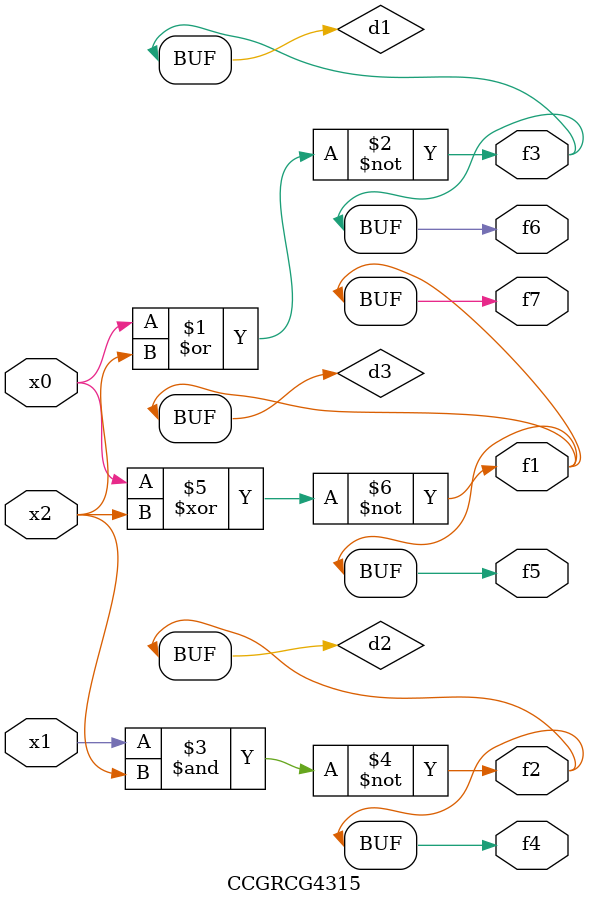
<source format=v>
module CCGRCG4315(
	input x0, x1, x2,
	output f1, f2, f3, f4, f5, f6, f7
);

	wire d1, d2, d3;

	nor (d1, x0, x2);
	nand (d2, x1, x2);
	xnor (d3, x0, x2);
	assign f1 = d3;
	assign f2 = d2;
	assign f3 = d1;
	assign f4 = d2;
	assign f5 = d3;
	assign f6 = d1;
	assign f7 = d3;
endmodule

</source>
